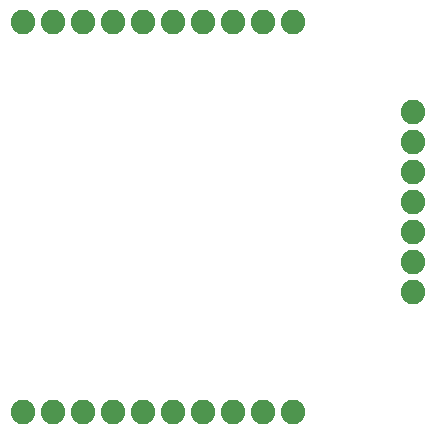
<source format=gbr>
%TF.GenerationSoftware,KiCad,Pcbnew,5.1.8-db9833491~87~ubuntu18.04.1*%
%TF.CreationDate,2020-11-08T14:36:31-03:00*%
%TF.ProjectId,DCI_TP,4443495f-5450-42e6-9b69-6361645f7063,1.0*%
%TF.SameCoordinates,Original*%
%TF.FileFunction,Soldermask,Bot*%
%TF.FilePolarity,Negative*%
%FSLAX46Y46*%
G04 Gerber Fmt 4.6, Leading zero omitted, Abs format (unit mm)*
G04 Created by KiCad (PCBNEW 5.1.8-db9833491~87~ubuntu18.04.1) date 2020-11-08 14:36:31*
%MOMM*%
%LPD*%
G01*
G04 APERTURE LIST*
%ADD10C,2.082800*%
G04 APERTURE END LIST*
D10*
%TO.C,JP3*%
X168821000Y-96114000D03*
X168821000Y-98654000D03*
X168821000Y-101194000D03*
X168821000Y-103734000D03*
X168821000Y-106274000D03*
X168821000Y-108814000D03*
X168821000Y-111354000D03*
%TD*%
%TO.C,JP2*%
X158661000Y-88493600D03*
X156121000Y-88493600D03*
X153581000Y-88493600D03*
X151041000Y-88493600D03*
X148501000Y-88493600D03*
X145961000Y-88493600D03*
X143421000Y-88493600D03*
X140881000Y-88493600D03*
X138341000Y-88493600D03*
X135801000Y-88493600D03*
%TD*%
%TO.C,JP1*%
X135801000Y-121514000D03*
X138341000Y-121514000D03*
X140881000Y-121514000D03*
X143421000Y-121514000D03*
X145961000Y-121514000D03*
X148501000Y-121514000D03*
X151041000Y-121514000D03*
X153581000Y-121514000D03*
X156121000Y-121514000D03*
X158661000Y-121514000D03*
%TD*%
M02*

</source>
